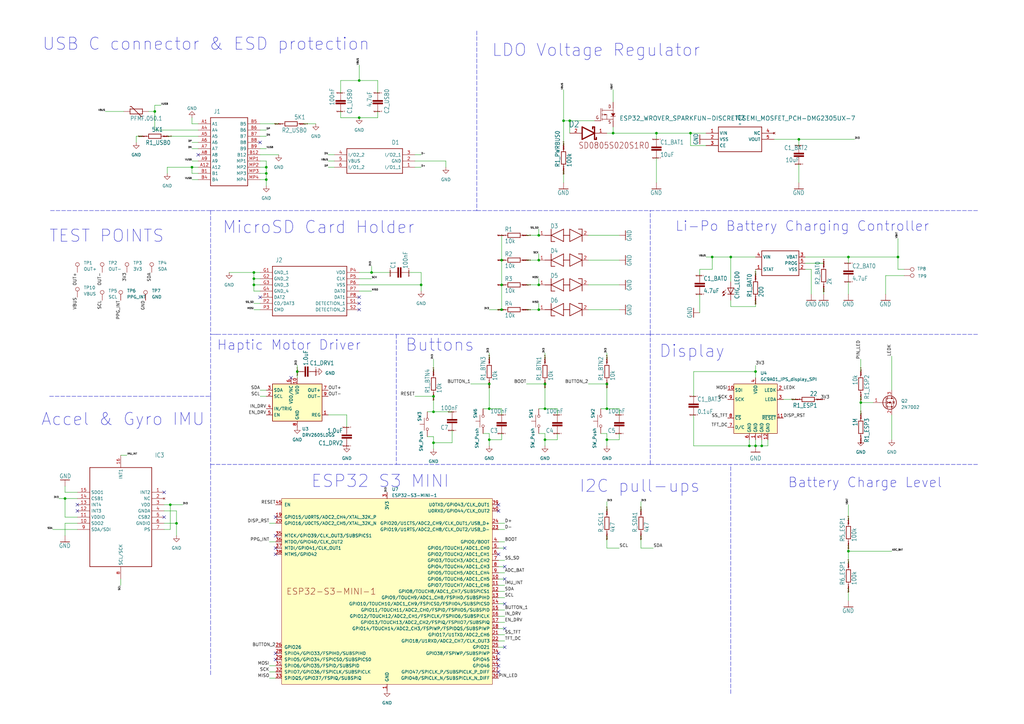
<source format=kicad_sch>
(kicad_sch (version 20231120) (generator "eeschema") (generator_version "8.0")
  (paper "A3")
  (title_block (title "Proiect TSC") (date "2024-03-13"))
  (junction (at 109.22 71.12))
  (junction (at 309.88 182.88))
  (junction (at 152.4 111.76))
  (junction (at 223.52 180.34))
  (junction (at 251.46 54.61))
  (junction (at 368.3 105.41))
  (junction (at 233.68 49.53))
  (junction (at 177.8 168.91))
  (junction (at 353.06 165.1))
  (junction (at 200.66 157.48))
  (junction (at 69.85 207.01))
  (junction (at 269.24 54.61))
  (junction (at 200.66 167.64))
  (junction (at 347.98 226.06))
  (junction (at 121.92 152.4))
  (junction (at 147.32 33.02))
  (junction (at 299.72 105.41))
  (junction (at 26.67 204.47))
  (junction (at 312.42 182.88))
  (junction (at 172.72 116.84))
  (junction (at 205.74 116.84))
  (junction (at 220.98 116.84))
  (junction (at 147.32 48.26))
  (junction (at 283.21 54.61))
  (junction (at 220.98 96.52))
  (junction (at 248.92 157.48))
  (junction (at 248.92 180.34))
  (junction (at 72.39 214.63))
  (junction (at 231.14 49.53))
  (junction (at 205.74 106.68))
  (junction (at 223.52 157.48))
  (junction (at 104.14 114.3))
  (junction (at 292.1 105.41))
  (junction (at 248.92 167.64))
  (junction (at 104.14 111.76))
  (junction (at 347.98 105.41))
  (junction (at 177.8 162.56))
  (junction (at 205.74 127))
  (junction (at 177.8 181.61))
  (junction (at 63.5 45.72))
  (junction (at 200.66 180.34))
  (junction (at 223.52 167.64))
  (junction (at 309.88 152.4))
  (junction (at 327.66 57.15))
  (junction (at 104.14 116.84))
  (junction (at 109.22 68.58))
  (junction (at 109.22 73.66))
  (junction (at 78.74 68.58))
  (junction (at 307.34 182.88))
  (junction (at 220.98 106.68))
  (junction (at 220.98 127))
  (no_connect (at 31.75 209.55))
  (no_connect (at 204.47 267.97))
  (no_connect (at 113.03 212.09))
  (no_connect (at 31.75 207.01))
  (no_connect (at 113.03 219.71))
  (no_connect (at 204.47 227.33))
  (no_connect (at 204.47 207.01))
  (no_connect (at 147.32 121.92))
  (no_connect (at 147.32 127))
  (no_connect (at 204.47 270.51))
  (no_connect (at 81.28 63.5))
  (no_connect (at 204.47 273.05))
  (no_connect (at 207.01 237.49))
  (no_connect (at 119.38 154.94))
  (no_connect (at 113.03 270.51))
  (no_connect (at 204.47 275.59))
  (no_connect (at 204.47 209.55))
  (no_connect (at 207.01 224.79))
  (no_connect (at 207.01 257.81))
  (no_connect (at 67.31 201.93))
  (no_connect (at 207.01 247.65))
  (no_connect (at 113.03 224.79))
  (no_connect (at 113.03 227.33))
  (no_connect (at 106.68 121.92))
  (no_connect (at 113.03 267.97))
  (no_connect (at 207.01 265.43))
  (no_connect (at 147.32 124.46))
  (no_connect (at 207.01 232.41))
  (no_connect (at 106.68 58.42))
  (no_connect (at 67.31 212.09))
  (wire (pts (xy 220.98 106.68) (xy 220.98 104.14)) (stroke (width 0.1524)))
  (wire (pts (xy 104.14 119.38) (xy 104.14 116.84)) (stroke (width 0.1524)))
  (wire (pts (xy 248.92 144.78) (xy 248.92 147.32)))
  (wire (pts (xy 309.88 152.4) (xy 309.88 154.94)))
  (wire (pts (xy 223.52 180.34) (xy 223.52 182.88)))
  (wire (pts (xy 207.01 214.63) (xy 204.47 214.63)))
  (wire (pts (xy 309.88 113.03) (xy 309.88 110.49)) (stroke (width 0.1524)))
  (wire (pts (xy 207.01 237.49) (xy 204.47 237.49)))
  (wire (pts (xy 106.68 73.66) (xy 109.22 73.66)) (stroke (width 0.1524)))
  (wire (pts (xy 228.6 167.64) (xy 228.6 170.18)))
  (wire (pts (xy 68.58 55.88) (xy 81.28 55.88)) (stroke (width 0.1524)))
  (wire (pts (xy 215.9 157.48) (xy 223.52 157.48)))
  (wire (pts (xy 68.58 68.58) (xy 68.58 71.12)) (stroke (width 0.1524)))
  (wire (pts (xy 347.98 105.41) (xy 368.3 105.41)) (stroke (width 0.1524)))
  (wire (pts (xy 147.32 33.02) (xy 154.94 33.02)) (stroke (width 0.1524)))
  (wire (pts (xy 175.26 179.07) (xy 177.8 179.07)))
  (wire (pts (xy 347.98 207.01) (xy 347.98 213.36)) (stroke (width 0.1524)))
  (wire (pts (xy 347.98 241.3) (xy 347.98 246.38)) (stroke (width 0.1524)))
  (wire (pts (xy 207.01 260.35) (xy 204.47 260.35)))
  (wire (pts (xy 200.66 180.34) (xy 205.74 180.34)))
  (wire (pts (xy 177.8 162.56) (xy 177.8 168.91)))
  (wire (pts (xy 248.92 219.71) (xy 248.92 224.79)))
  (wire (pts (xy 347.98 107.95) (xy 347.98 105.41)) (stroke (width 0.1524)))
  (wire (pts (xy 81.28 71.12) (xy 78.74 71.12)) (stroke (width 0.1524)))
  (wire (pts (xy 262.89 205.74) (xy 262.89 209.55)))
  (wire (pts (xy 177.8 181.61) (xy 177.8 184.15)))
  (wire (pts (xy 332.74 110.49) (xy 332.74 120.65)) (stroke (width 0.1524)))
  (wire (pts (xy 215.9 116.84) (xy 220.98 116.84)) (stroke (width 0.1524)))
  (wire (pts (xy 81.28 66.04) (xy 78.74 66.04)) (stroke (width 0.1524)))
  (wire (pts (xy 177.8 147.32) (xy 177.8 152.4)))
  (wire (pts (xy 177.8 168.91) (xy 185.42 168.91)))
  (wire (pts (xy 106.68 127) (xy 104.14 127)) (stroke (width 0.1524)))
  (polyline (pts (xy 266.7 86.36) (xy 401.32 86.36)) (stroke (width 0.1524) (type dash)))
  (wire (pts (xy 223.52 177.8) (xy 223.52 180.34)))
  (wire (pts (xy 321.31 163.83) (xy 326.39 163.83)))
  (polyline (pts (xy 86.36 162.56) (xy 86.36 190.5)) (stroke (width 0.1524) (type dash)))
  (wire (pts (xy 154.94 45.72) (xy 154.94 48.26)) (stroke (width 0.1524)))
  (wire (pts (xy 172.72 111.76) (xy 172.72 116.84)) (stroke (width 0.1524)))
  (wire (pts (xy 284.48 162.56) (xy 284.48 152.4)))
  (wire (pts (xy 121.92 152.4) (xy 121.92 154.94)))
  (wire (pts (xy 198.12 177.8) (xy 200.66 177.8)))
  (wire (pts (xy 106.68 66.04) (xy 109.22 66.04)) (stroke (width 0.1524)))
  (wire (pts (xy 309.88 149.86) (xy 309.88 152.4)))
  (polyline (pts (xy 86.36 86.36) (xy 20.32 86.36)) (stroke (width 0.1524) (type dash)))
  (wire (pts (xy 106.68 68.58) (xy 109.22 68.58)) (stroke (width 0.1524)))
  (polyline (pts (xy 195.58 12.7) (xy 195.58 86.36)) (stroke (width 0.1524) (type dash)))
  (wire (pts (xy 215.9 96.52) (xy 220.98 96.52)) (stroke (width 0.1524)))
  (polyline (pts (xy 86.36 137.16) (xy 88.9 137.16)) (stroke (width 0.1524) (type solid)))
  (wire (pts (xy 81.28 50.8) (xy 78.74 50.8)) (stroke (width 0.1524)))
  (wire (pts (xy 185.42 176.53) (xy 185.42 181.61)))
  (wire (pts (xy 104.14 111.76) (xy 93.98 111.76)) (stroke (width 0.1524)))
  (wire (pts (xy 81.28 73.66) (xy 78.74 73.66)) (stroke (width 0.1524)))
  (wire (pts (xy 284.48 170.18) (xy 284.48 182.88)))
  (wire (pts (xy 283.21 54.61) (xy 289.56 54.61)) (stroke (width 0.1524)))
  (polyline (pts (xy 266.7 137.16) (xy 266.7 86.36)) (stroke (width 0.1524) (type dash)))
  (wire (pts (xy 363.22 113.03) (xy 363.22 120.65)) (stroke (width 0.1524)))
  (wire (pts (xy 147.32 119.38) (xy 152.4 119.38)) (stroke (width 0.1524)))
  (wire (pts (xy 170.18 68.58) (xy 172.72 68.58)) (stroke (width 0.1524)))
  (wire (pts (xy 110.49 273.05) (xy 113.03 273.05)))
  (wire (pts (xy 182.88 66.04) (xy 182.88 68.58)) (stroke (width 0.1524)))
  (wire (pts (xy 370.84 110.49) (xy 368.3 110.49)) (stroke (width 0.1524)))
  (wire (pts (xy 67.31 214.63) (xy 72.39 214.63)) (stroke (width 0.1524)))
  (wire (pts (xy 109.22 66.04) (xy 109.22 68.58)) (stroke (width 0.1524)))
  (wire (pts (xy 368.3 110.49) (xy 368.3 105.41)) (stroke (width 0.1524)))
  (wire (pts (xy 241.3 106.68) (xy 254 106.68)) (stroke (width 0.1524)))
  (wire (pts (xy 347.98 223.52) (xy 347.98 226.06)) (stroke (width 0.1524)))
  (wire (pts (xy 106.68 50.8) (xy 114.3 50.8)) (stroke (width 0.1524)))
  (wire (pts (xy 220.98 177.8) (xy 223.52 177.8)))
  (wire (pts (xy 330.2 110.49) (xy 332.74 110.49)) (stroke (width 0.1524)))
  (wire (pts (xy 327.66 59.69) (xy 327.66 57.15)) (stroke (width 0.1524)))
  (wire (pts (xy 205.74 167.64) (xy 205.74 170.18)))
  (wire (pts (xy 106.68 71.12) (xy 109.22 71.12)) (stroke (width 0.1524)))
  (wire (pts (xy 309.88 105.41) (xy 299.72 105.41)) (stroke (width 0.1524)))
  (polyline (pts (xy 20.32 162.56) (xy 86.36 162.56)) (stroke (width 0.1524) (type dash)))
  (wire (pts (xy 31.75 217.17) (xy 21.59 217.17)) (stroke (width 0.1524)))
  (wire (pts (xy 309.88 125.73) (xy 309.88 123.19)) (stroke (width 0.1524)))
  (wire (pts (xy 248.92 54.61) (xy 251.46 54.61)) (stroke (width 0.1524)))
  (wire (pts (xy 207.01 265.43) (xy 204.47 265.43)))
  (wire (pts (xy 223.52 144.78) (xy 223.52 147.32)))
  (wire (pts (xy 207.01 242.57) (xy 204.47 242.57)))
  (wire (pts (xy 207.01 217.17) (xy 204.47 217.17)))
  (wire (pts (xy 207.01 247.65) (xy 204.47 247.65)))
  (wire (pts (xy 207.01 234.95) (xy 204.47 234.95)))
  (polyline (pts (xy 266.7 137.16) (xy 401.32 137.16)) (stroke (width 0.1524) (type dash)))
  (wire (pts (xy 307.34 180.34) (xy 307.34 182.88)))
  (wire (pts (xy 205.74 116.84) (xy 205.74 127)) (stroke (width 0.1524)))
  (wire (pts (xy 215.9 127) (xy 220.98 127)) (stroke (width 0.1524)))
  (wire (pts (xy 106.68 111.76) (xy 104.14 111.76)) (stroke (width 0.1524)))
  (wire (pts (xy 152.4 111.76) (xy 152.4 109.22)) (stroke (width 0.1524)))
  (wire (pts (xy 204.47 232.41) (xy 207.01 232.41)))
  (wire (pts (xy 207.01 245.11) (xy 204.47 245.11)))
  (wire (pts (xy 200.66 180.34) (xy 200.66 182.88)))
  (wire (pts (xy 289.56 59.69) (xy 283.21 59.69)) (stroke (width 0.1524)))
  (wire (pts (xy 137.16 63.5) (xy 134.62 63.5)) (stroke (width 0.1524)))
  (wire (pts (xy 81.28 60.96) (xy 78.74 60.96)) (stroke (width 0.1524)))
  (wire (pts (xy 142.24 175.26) (xy 142.24 170.18)))
  (wire (pts (xy 248.92 205.74) (xy 248.92 209.55)))
  (wire (pts (xy 200.66 144.78) (xy 200.66 147.32)))
  (wire (pts (xy 207.01 252.73) (xy 204.47 252.73)))
  (wire (pts (xy 248.92 177.8) (xy 248.92 180.34)))
  (wire (pts (xy 106.68 162.56) (xy 109.22 162.56)))
  (wire (pts (xy 207.01 255.27) (xy 204.47 255.27)))
  (wire (pts (xy 207.01 262.89) (xy 204.47 262.89)))
  (wire (pts (xy 220.98 167.64) (xy 223.52 167.64)))
  (wire (pts (xy 147.32 111.76) (xy 152.4 111.76)) (stroke (width 0.1524)))
  (polyline (pts (xy 86.36 162.56) (xy 86.36 137.16)) (stroke (width 0.1524) (type dash)))
  (polyline (pts (xy 88.9 137.16) (xy 266.7 137.16)) (stroke (width 0.1524) (type dash)))
  (wire (pts (xy 147.32 48.26) (xy 154.94 48.26)) (stroke (width 0.1524)))
  (wire (pts (xy 205.74 96.52) (xy 205.74 106.68)) (stroke (width 0.1524)))
  (wire (pts (xy 231.14 69.85) (xy 231.14 74.93)) (stroke (width 0.1524)))
  (wire (pts (xy 67.31 207.01) (xy 69.85 207.01)) (stroke (width 0.1524)))
  (wire (pts (xy 284.48 152.4) (xy 309.88 152.4)))
  (wire (pts (xy 200.66 177.8) (xy 200.66 180.34)))
  (wire (pts (xy 124.46 50.8) (xy 129.54 50.8)) (stroke (width 0.1524)))
  (wire (pts (xy 106.68 160.02) (xy 109.22 160.02)))
  (wire (pts (xy 269.24 54.61) (xy 251.46 54.61)) (stroke (width 0.1524)))
  (wire (pts (xy 26.67 214.63) (xy 26.67 219.71)) (stroke (width 0.1524)))
  (polyline (pts (xy 299.72 284.48) (xy 299.72 190.5)) (stroke (width 0.1524) (type dash)))
  (wire (pts (xy 106.68 119.38) (xy 104.14 119.38)) (stroke (width 0.1524)))
  (wire (pts (xy 269.24 54.61) (xy 283.21 54.61)) (stroke (width 0.1524)))
  (wire (pts (xy 248.92 224.79) (xy 254 224.79)))
  (wire (pts (xy 31.75 214.63) (xy 26.67 214.63)) (stroke (width 0.1524)))
  (wire (pts (xy 139.7 45.72) (xy 139.7 48.26)) (stroke (width 0.1524)))
  (wire (pts (xy 207.01 224.79) (xy 204.47 224.79)))
  (wire (pts (xy 177.8 179.07) (xy 177.8 181.61)))
  (polyline (pts (xy 195.58 86.36) (xy 266.7 86.36)) (stroke (width 0.1524) (type dash)))
  (wire (pts (xy 78.74 50.8) (xy 78.74 48.26)) (stroke (width 0.1524)))
  (wire (pts (xy 106.68 116.84) (xy 104.14 116.84)) (stroke (width 0.1524)))
  (wire (pts (xy 170.18 66.04) (xy 182.88 66.04)) (stroke (width 0.1524)))
  (wire (pts (xy 269.24 64.77) (xy 269.24 74.93)) (stroke (width 0.1524)))
  (wire (pts (xy 292.1 110.49) (xy 292.1 105.41)) (stroke (width 0.1524)))
  (wire (pts (xy 337.82 118.11) (xy 337.82 120.65)) (stroke (width 0.1524)))
  (polyline (pts (xy 266.7 190.5) (xy 401.32 190.5)) (stroke (width 0.1524) (type dash)))
  (wire (pts (xy 327.66 67.31) (xy 327.66 74.93)) (stroke (width 0.1524)))
  (wire (pts (xy 110.49 275.59) (xy 113.03 275.59)))
  (polyline (pts (xy 266.7 190.5) (xy 266.7 137.16)) (stroke (width 0.1524) (type dash)))
  (wire (pts (xy 241.3 96.52) (xy 254 96.52)) (stroke (width 0.1524)))
  (wire (pts (xy 220.98 127) (xy 220.98 124.46)) (stroke (width 0.1524)))
  (wire (pts (xy 31.75 204.47) (xy 26.67 204.47)) (stroke (width 0.1524)))
  (wire (pts (xy 243.84 49.53) (xy 233.68 49.53)) (stroke (width 0.1524)))
  (wire (pts (xy 106.68 63.5) (xy 114.3 63.5)) (stroke (width 0.1524)))
  (wire (pts (xy 67.31 217.17) (xy 69.85 217.17)) (stroke (width 0.1524)))
  (wire (pts (xy 139.7 33.02) (xy 147.32 33.02)) (stroke (width 0.1524)))
  (wire (pts (xy 69.85 207.01) (xy 74.93 207.01)) (stroke (width 0.1524)))
  (wire (pts (xy 67.31 209.55) (xy 72.39 209.55)) (stroke (width 0.1524)))
  (wire (pts (xy 299.72 105.41) (xy 292.1 105.41)) (stroke (width 0.1524)))
  (wire (pts (xy 330.2 107.95) (xy 337.82 107.95)) (stroke (width 0.1524)))
  (wire (pts (xy 299.72 115.57) (xy 299.72 105.41)) (stroke (width 0.1524)))
  (wire (pts (xy 78.74 68.58) (xy 68.58 68.58)) (stroke (width 0.1524)))
  (wire (pts (xy 292.1 105.41) (xy 289.56 105.41)) (stroke (width 0.1524)))
  (wire (pts (xy 223.52 180.34) (xy 228.6 180.34)))
  (wire (pts (xy 207.01 257.81) (xy 204.47 257.81)))
  (wire (pts (xy 104.14 114.3) (xy 104.14 111.76)) (stroke (width 0.1524)))
  (wire (pts (xy 31.75 212.09) (xy 26.67 212.09)) (stroke (width 0.1524)))
  (wire (pts (xy 347.98 226.06) (xy 347.98 231.14)) (stroke (width 0.1524)))
  (polyline (pts (xy 162.56 137.16) (xy 162.56 190.5)) (stroke (width 0.1524) (type dash)))
  (wire (pts (xy 231.14 49.53) (xy 231.14 59.69)) (stroke (width 0.1524)))
  (wire (pts (xy 147.32 26.67) (xy 147.32 33.02)) (stroke (width 0.1524)))
  (wire (pts (xy 233.68 49.53) (xy 233.68 54.61)) (stroke (width 0.1524)))
  (wire (pts (xy 26.67 201.93) (xy 26.67 199.39)) (stroke (width 0.1524)))
  (wire (pts (xy 368.3 97.79) (xy 368.3 105.41)) (stroke (width 0.1524)))
  (wire (pts (xy 172.72 116.84) (xy 172.72 119.38)) (stroke (width 0.1524)))
  (wire (pts (xy 254 167.64) (xy 254 170.18)))
  (wire (pts (xy 299.72 123.19) (xy 299.72 125.73)) (stroke (width 0.1524)))
  (wire (pts (xy 142.24 170.18) (xy 134.62 170.18)))
  (wire (pts (xy 110.49 222.25) (xy 113.03 222.25)))
  (wire (pts (xy 228.6 177.8) (xy 228.6 180.34)))
  (wire (pts (xy 154.94 38.1) (xy 154.94 33.02)) (stroke (width 0.1524)))
  (wire (pts (xy 109.22 71.12) (xy 109.22 73.66)) (stroke (width 0.1524)))
  (wire (pts (xy 215.9 106.68) (xy 220.98 106.68)) (stroke (width 0.1524)))
  (wire (pts (xy 241.3 116.84) (xy 254 116.84)) (stroke (width 0.1524)))
  (polyline (pts (xy 86.36 86.36) (xy 86.36 137.16)) (stroke (width 0.1524) (type dash)))
  (wire (pts (xy 207.01 240.03) (xy 204.47 240.03)))
  (wire (pts (xy 147.32 114.3) (xy 152.4 114.3)) (stroke (width 0.1524)))
  (wire (pts (xy 312.42 180.34) (xy 312.42 182.88)))
  (wire (pts (xy 49.53 237.49) (xy 49.53 240.03)) (stroke (width 0.1524)))
  (polyline (pts (xy 86.36 190.5) (xy 86.36 276.86)) (stroke (width 0.1524) (type dash)))
  (wire (pts (xy 262.89 224.79) (xy 267.97 224.79)))
  (wire (pts (xy 109.22 73.66) (xy 109.22 76.2)) (stroke (width 0.1524)))
  (wire (pts (xy 55.88 55.88) (xy 55.88 58.42)) (stroke (width 0.1524)))
  (wire (pts (xy 63.5 43.18) (xy 63.5 45.72)) (stroke (width 0.1524)))
  (wire (pts (xy 262.89 219.71) (xy 262.89 224.79)))
  (wire (pts (xy 137.16 68.58) (xy 134.62 68.58)) (stroke (width 0.1524)))
  (wire (pts (xy 81.28 68.58) (xy 78.74 68.58)) (stroke (width 0.1524)))
  (wire (pts (xy 152.4 111.76) (xy 160.02 111.76)) (stroke (width 0.1524)))
  (wire (pts (xy 241.3 157.48) (xy 248.92 157.48)))
  (wire (pts (xy 365.76 146.05) (xy 365.76 160.02)))
  (wire (pts (xy 207.01 250.19) (xy 204.47 250.19)))
  (wire (pts (xy 106.68 55.88) (xy 109.22 55.88)) (stroke (width 0.1524)))
  (wire (pts (xy 175.26 168.91) (xy 177.8 168.91)))
  (wire (pts (xy 370.84 113.03) (xy 363.22 113.03)) (stroke (width 0.1524)))
  (wire (pts (xy 309.88 180.34) (xy 309.88 182.88)))
  (wire (pts (xy 106.68 60.96) (xy 109.22 60.96)) (stroke (width 0.1524)))
  (wire (pts (xy 353.06 165.1) (xy 353.06 170.18)))
  (wire (pts (xy 72.39 209.55) (xy 72.39 214.63)) (stroke (width 0.1524)))
  (wire (pts (xy 78.74 71.12) (xy 78.74 68.58)) (stroke (width 0.1524)))
  (wire (pts (xy 106.68 124.46) (xy 104.14 124.46)) (stroke (width 0.1524)))
  (wire (pts (xy 81.28 58.42) (xy 78.74 58.42)) (stroke (width 0.1524)))
  (wire (pts (xy 327.66 57.15) (xy 350.52 57.15)) (stroke (width 0.1524)))
  (wire (pts (xy 63.5 53.34) (xy 81.28 53.34)) (stroke (width 0.1524)))
  (wire (pts (xy 205.74 106.68) (xy 205.74 116.84)) (stroke (width 0.1524)))
  (polyline (pts (xy 162.56 190.5) (xy 266.7 190.5)) (stroke (width 0.1524) (type dash)))
  (wire (pts (xy 58.42 55.88) (xy 55.88 55.88)) (stroke (width 0.1524)))
  (wire (pts (xy 205.74 177.8) (xy 205.74 180.34)))
  (wire (pts (xy 26.67 204.47) (xy 24.13 204.47)) (stroke (width 0.1524)))
  (wire (pts (xy 110.49 278.13) (xy 113.03 278.13)))
  (polyline (pts (xy 86.36 190.5) (xy 162.56 190.5)) (stroke (width 0.1524) (type dash)))
  (wire (pts (xy 139.7 48.26) (xy 147.32 48.26)) (stroke (width 0.1524)))
  (wire (pts (xy 287.02 120.65) (xy 287.02 128.27)) (stroke (width 0.1524)))
  (wire (pts (xy 233.68 49.53) (xy 231.14 49.53)) (stroke (width 0.1524)))
  (wire (pts (xy 314.96 180.34) (xy 314.96 182.88)))
  (wire (pts (xy 330.2 105.41) (xy 347.98 105.41)) (stroke (width 0.1524)))
  (wire (pts (xy 312.42 182.88) (xy 314.96 182.88)))
  (wire (pts (xy 72.39 214.63) (xy 72.39 219.71)) (stroke (width 0.1524)))
  (wire (pts (xy 220.98 96.52) (xy 220.98 93.98)) (stroke (width 0.1524)))
  (wire (pts (xy 26.67 212.09) (xy 26.67 204.47)) (stroke (width 0.1524)))
  (wire (pts (xy 283.21 54.61) (xy 283.21 59.69)) (stroke (width 0.1524)))
  (wire (pts (xy 185.42 181.61) (xy 177.8 181.61)))
  (wire (pts (xy 223.52 167.64) (xy 228.6 167.64)))
  (wire (pts (xy 231.14 49.53) (xy 231.14 36.83)) (stroke (width 0.1524)))
  (wire (pts (xy 353.06 165.1) (xy 358.14 165.1)))
  (wire (pts (xy 246.38 167.64) (xy 248.92 167.64)))
  (wire (pts (xy 207.01 229.87) (xy 204.47 229.87)))
  (wire (pts (xy 147.32 116.84) (xy 172.72 116.84)) (stroke (width 0.1524)))
  (wire (pts (xy 170.18 162.56) (xy 177.8 162.56)))
  (wire (pts (xy 248.92 180.34) (xy 248.92 182.88)))
  (wire (pts (xy 139.7 38.1) (xy 139.7 33.02)) (stroke (width 0.1524)))
  (wire (pts (xy 69.85 217.17) (xy 69.85 207.01)) (stroke (width 0.1524)))
  (wire (pts (xy 121.92 149.86) (xy 121.92 152.4)))
  (wire (pts (xy 317.5 57.15) (xy 327.66 57.15)) (stroke (width 0.1524)))
  (wire (pts (xy 353.06 162.56) (xy 353.06 165.1)))
  (wire (pts (xy 299.72 125.73) (xy 309.88 125.73)) (stroke (width 0.1524)))
  (wire (pts (xy 167.64 111.76) (xy 172.72 111.76)) (stroke (width 0.1524)))
  (wire (pts (xy 106.68 53.34) (xy 109.22 53.34)) (stroke (width 0.1524)))
  (wire (pts (xy 347.98 115.57) (xy 347.98 120.65)) (stroke (width 0.1524)))
  (wire (pts (xy 248.92 157.48) (xy 248.92 167.64)))
  (wire (pts (xy 309.88 182.88) (xy 312.42 182.88)))
  (wire (pts (xy 137.16 66.04) (xy 134.62 66.04)) (stroke (width 0.1524)))
  (wire (pts (xy 110.49 214.63) (xy 113.03 214.63)))
  (wire (pts (xy 248.92 167.64) (xy 254 167.64)))
  (wire (pts (xy 63.5 43.18) (xy 66.04 43.18)) (stroke (width 0.1524)))
  (wire (pts (xy 200.66 127) (xy 205.74 127)) (stroke (width 0.1524)))
  (wire (pts (xy 287.02 110.49) (xy 292.1 110.49)) (stroke (width 0.1524)))
  (wire (pts (xy 198.12 167.64) (xy 200.66 167.64)))
  (wire (pts (xy 284.48 182.88) (xy 307.34 182.88)))
  (wire (pts (xy 50.8 45.72) (xy 43.18 45.72)) (stroke (width 0.1524)))
  (wire (pts (xy 49.53 186.69) (xy 52.07 186.69)) (stroke (width 0.1524)))
  (wire (pts (xy 248.92 180.34) (xy 254 180.34)))
  (wire (pts (xy 104.14 116.84) (xy 104.14 114.3)) (stroke (width 0.1524)))
  (wire (pts (xy 307.34 182.88) (xy 309.88 182.88)))
  (wire (pts (xy 223.52 157.48) (xy 223.52 167.64)))
  (wire (pts (xy 31.75 201.93) (xy 26.67 201.93)) (stroke (width 0.1524)))
  (wire (pts (xy 246.38 177.8) (xy 248.92 177.8)))
  (wire (pts (xy 269.24 54.61) (xy 269.24 57.15)) (stroke (width 0.1524)))
  (polyline (pts (xy 195.58 86.36) (xy 86.36 86.36)) (stroke (width 0.1524) (type dash)))
  (wire (pts (xy 193.04 157.48) (xy 200.66 157.48)))
  (wire (pts (xy 200.66 157.48) (xy 200.66 167.64)))
  (wire (pts (xy 200.66 167.64) (xy 205.74 167.64)))
  (wire (pts (xy 251.46 52.07) (xy 251.46 54.61)) (stroke (width 0.1524)))
  (wire (pts (xy 287.02 113.03) (xy 287.02 110.49)) (stroke (width 0.1524)))
  (wire (pts (xy 63.5 45.72) (xy 63.5 53.34)) (stroke (width 0.1524)))
  (wire (pts (xy 365.76 170.18) (xy 365.76 180.34)))
  (wire (pts (xy 109.22 71.12) (xy 109.22 68.58)) (stroke (width 0.1524)))
  (wire (pts (xy 60.96 45.72) (xy 63.5 45.72)) (stroke (width 0.1524)))
  (wire (pts (xy 254 177.8) (xy 254 180.34)))
  (wire (pts (xy 170.18 63.5) (xy 172.72 63.5)) (stroke (width 0.1524)))
  (wire (pts (xy 353.06 147.32) (xy 353.06 152.4)))
  (polyline (pts (xy 266.7 137.16) (xy 266.7 137.16)) (stroke (width 0.1524) (type solid)))
  (wire (pts (xy 241.3 127) (xy 254 127)) (stroke (width 0.1524)))
  (wire (pts (xy 204.47 222.25) (xy 207.01 222.25)))
  (wire (pts (xy 106.68 114.3) (xy 104.14 114.3)) (stroke (width 0.1524)))
  (wire (pts (xy 251.46 41.91) (xy 251.46 36.83)) (stroke (width 0.1524)))
  (wire (pts (xy 347.98 226.06) (xy 365.76 226.06)) (stroke (width 0.1524)))
  (wire (pts (xy 220.98 116.84) (xy 220.98 114.3)) (stroke (width 0.1524)))
  (text "TEST POINTS" (at 20.066 99.822 0) (effects (font (size 5 5)) (justify left bottom)))
  (text "MicroSD Card Holder" (at 91.186 96.266 0) (effects (font (size 5 5)) (justify left bottom)))
  (text "I2C pull-ups\n" (at 237.49 202.438 0) (effects (font (size 5 5)) (justify left bottom)))
  (text "Buttons" (at 166.116 144.526 0) (effects (font (size 5 5)) (justify left bottom)))
  (text "USB C connector & ESD protection" (at 17.272 21.082 0) (effects (font (size 5 5)) (justify left bottom)))
  (text "Haptic Motor Driver" (at 88.9 144.018 0) (effects (font (size 4 4)) (justify left bottom)))
  (text "Li-Po Battery Charging Controller" (at 276.86 95.25 0) (effects (font (size 4 4)) (justify left bottom)))
  (text "Accel & Gyro IMU" (at 16.764 175.006 0) (effects (font (size 5 5)) (justify left bottom)))
  (text "ESP32 S3 MINI" (at 127.508 200.406 0) (effects (font (size 5 5)) (justify left bottom)))
  (text "Display" (at 270.256 147.066 0) (effects (font (size 5 5)) (justify left bottom)))
  (text "Battery Charge Level" (at 323.088 200.406 0) (effects (font (size 4 4)) (justify left bottom)))
  (text "LDO Voltage Regulator" (at 201.676 23.622 0) (effects (font (size 5 5)) (justify left bottom)))
  (label "MISO" (at 110.49 278.13 180))
  (label "VBUS" (at 31.75 121.92 270))
  (label "SDA" (at 21.59 217.17 180) (effects (font (size 0.7112 0.7112))))
  (label "VBAT" (at 347.98 207.01 90) (effects (font (size 0.7112 0.7112))))
  (label "3V3" (at 152.4 109.22 90) (effects (font (size 0.7112 0.7112))))
  (label "ADC_BAT" (at 207.01 234.95 0))
  (label "BUTTON_1" (at 207.01 250.19 0))
  (label "SCK" (at 220.98 104.14 180) (effects (font (size 0.7112 0.7112))))
  (label "RESET" (at 113.03 207.01 180))
  (label "VBUS" (at 134.62 66.04 180) (effects (font (size 0.7112 0.7112))))
  (label "3V3" (at 158.75 201.93 90) (effects (font (size 0.7112 0.7112))))
  (label "EN_DRV" (at 207.01 255.27 0))
  (label "OUT+" (at 31.75 111.76 270))
  (label "IN_DRV" (at 109.22 167.64 180))
  (label "3V3" (at 262.89 205.74 0) (effects (font (size 0.7112 0.7112))))
  (label "SS_TFT" (at 298.45 171.45 180))
  (label "LEDK" (at 321.31 160.02 0))
  (label "D-" (at 207.01 217.17 0))
  (label "DP" (at 109.22 53.34 0) (effects (font (size 0.7112 0.7112))))
  (label "OUT-" (at 41.91 111.76 270))
  (label "DN" (at 78.74 60.96 180) (effects (font (size 0.7112 0.7112))))
  (label "D+" (at 172.72 68.58 0) (effects (font (size 0.7112 0.7112))))
  (label "BUTTON_2" (at 241.3 157.48 180))
  (label "SCK" (at 110.49 275.59 180))
  (label "SCK" (at 298.45 163.83 180))
  (label "DISP_RST" (at 321.31 171.45 0))
  (label "3V3" (at 121.92 149.86 90) (effects (font (size 0.7112 0.7112))))
  (label "MISO" (at 152.4 119.38 0) (effects (font (size 0.7112 0.7112))))
  (label "TFT_DC" (at 298.45 175.26 180))
  (label "SS_TFT" (at 207.01 260.35 0))
  (label "PIN_LED" (at 353.06 147.32 90))
  (label "DN" (at 134.62 63.5 180) (effects (font (size 0.7112 0.7112))))
  (label "3V3" (at 52.07 111.76 270))
  (label "SCL" (at 106.68 162.56 180))
  (label "VBAT" (at 251.46 36.83 90) (effects (font (size 0.7112 0.7112))))
  (label "IMU_INT" (at 52.07 186.69 0) (effects (font (size 0.7112 0.7112))))
  (label "VBUS" (at 231.14 36.83 90) (effects (font (size 0.7112 0.7112))))
  (label "SDA" (at 106.68 160.02 180))
  (label "LEDK" (at 365.76 146.05 90))
  (label "VUSB" (at 78.74 73.66 180) (effects (font (size 0.7112 0.7112))))
  (label "SS_SD" (at 220.98 93.98 180) (effects (font (size 0.7112 0.7112))))
  (label "SCL" (at 49.53 240.03 270) (effects (font (size 0.7112 0.7112))))
  (label "3V3" (at 177.8 147.32 90) (effects (font (size 0.7 0.7))))
  (label "3V3" (at 248.92 144.78 90) (effects (font (size 0.7112 0.7112))))
  (label "VUSB" (at 78.74 66.04 180) (effects (font (size 0.7112 0.7112))))
  (label "GND" (at 59.69 123.19 270))
  (label "VBAT" (at 368.3 97.79 90) (effects (font (size 0.7112 0.7112))))
  (label "PPG_INT" (at 110.49 222.25 180))
  (label "MOSI" (at 110.49 273.05 180))
  (label "MOSI" (at 298.45 160.02 180))
  (label "OUT-" (at 134.62 162.56 0))
  (label "D-" (at 172.72 63.5 0) (effects (font (size 0.7112 0.7112))))
  (label "3V3" (at 74.93 207.01 0) (effects (font (size 0.7112 0.7112))))
  (label "IMU_INT" (at 207.01 240.03 0))
  (label "SS_SD" (at 104.14 124.46 180) (effects (font (size 0.7112 0.7112))))
  (label "SDA" (at 207.01 242.57 0))
  (label "D+" (at 207.01 214.63 0))
  (label "VBUS" (at 147.32 26.67 90) (effects (font (size 0.7112 0.7112))))
  (label "BUTTON_2" (at 113.03 265.43 180))
  (label "VBUS" (at 289.56 105.41 180) (effects (font (size 0.7112 0.7112))))
  (label "3V3" (at 248.92 205.74 0) (effects (font (size 0.7112 0.7112))))
  (label "SCL" (at 41.91 123.19 270))
  (label "DP" (at 78.74 58.42 180) (effects (font (size 0.7112 0.7112))))
  (label "MISO" (at 220.98 124.46 180) (effects (font (size 0.7112 0.7112))))
  (label "SCK" (at 152.4 114.3 0) (effects (font (size 0.7112 0.7112))))
  (label "3V3" (at 200.66 127 180) (effects (font (size 0.7112 0.7112))))
  (label "BOOT" (at 215.9 157.48 180))
  (label "PIN_LED" (at 204.47 278.13 0))
  (label "SCL" (at 207.01 245.11 0))
  (label "VBUS" (at 43.18 45.72 180) (effects (font (size 0.7112 0.7112))))
  (label "3V3" (at 223.52 144.78 90) (effects (font (size 0.7112 0.7112))))
  (label "3V3" (at 350.52 57.15 0) (effects (font (size 0.7112 0.7112))))
  (label "DP" (at 134.62 68.58 180) (effects (font (size 0.7112 0.7112))))
  (label "VUSB" (at 66.04 43.18 0) (effects (font (size 0.7112 0.7112))))
  (label "SCL" (at 254 224.79 0))
  (label "3V3" (at 336.55 163.83 0))
  (label "TFT_DC" (at 207.01 262.89 0))
  (label "SS_SD" (at 207.01 229.87 0))
  (label "EN_DRV" (at 109.22 170.18 180))
  (label "SDA" (at 62.23 111.76 270))
  (label "BOOT" (at 207.01 222.25 0))
  (label "MOSI" (at 104.14 127 180) (effects (font (size 0.7112 0.7112))))
  (label "SDA" (at 267.97 224.79 0))
  (label "BUTTON_1" (at 193.04 157.48 180))
  (label "DN" (at 109.22 55.88 0) (effects (font (size 0.7112 0.7112))))
  (label "3V3" (at 200.66 144.78 90) (effects (font (size 0.7112 0.7112))))
  (label "MOSI" (at 220.98 114.3 180) (effects (font (size 0.7112 0.7112))))
  (label "RESET" (at 170.18 162.56 180))
  (label "PPG_INT" (at 49.53 123.19 270))
  (label "3V3" (at 24.13 204.47 180) (effects (font (size 0.7112 0.7112))))
  (label "DISP_RST" (at 110.49 214.63 180))
  (label "ADC_BAT" (at 365.76 226.06 0) (effects (font (size 0.7112 0.7112))))
  (label "IN_DRV" (at 207.01 252.73 0))
  (label "OUT+" (at 134.62 160.02 0))
  (label "3V3" (at 309.88 149.86 0))
  (label "VUSB" (at 109.22 60.96 0) (effects (font (size 0.7112 0.7112))))
  (symbol (lib_id "mini_iot-eagle-import:GND") (at 256.54 116.84 90) (unit 1)
    (property "Reference" "#GND018" (effects (hide yes)))
    (property "Value" "GND" (at 259.08 119.38 0) (effects (font (size 1.778 1.5113)) (justify left bottom)))
  )
  (symbol (lib_id "mini_iot-eagle-import:ESP32_WROVER_EAGLE-LTSPICE_CC0402") (at 284.48 165.1 0) (unit 1)
    (property "Reference" "C1_BAT3" (at 286.004 164.719 0) (effects (font (size 1.778 1.5113)) (justify left bottom)))
    (property "Value" "0.1uF" (at 286.004 169.799 0) (effects (font (size 1.778 1.5113)) (justify left bottom)))
    (property "Footprint" "mini_iot:ESP32_WROVER_EAGLE-LTSPICE_C0402" (effects (hide yes)))
  )
  (symbol (lib_id "mini_iot-eagle-import:ESP32_WROVER_EAGLE-LTSPICE_RR0402") (at 248.92 214.63 90) (unit 1)
    (property "Reference" "R_SCL1" (at 247.4214 218.44 0) (effects (font (size 1.778 1.5113)) (justify left bottom)))
    (property "Value" "4k7" (at 252.222 218.44 0) (effects (font (size 1.778 1.5113)) (justify left bottom)))
    (property "Footprint" "mini_iot:ESP32_WROVER_EAGLE-LTSPICE_R0402" (effects (hide yes)))
  )
  (symbol (lib_id "mini_iot-eagle-import:ESP32_WROVER_EAGLE-LTSPICE_CC0402") (at 228.6 175.26 180) (unit 1)
    (property "Reference" "C4" (at 227.076 175.641 0) (effects (font (size 1.778 1.5113)) (justify left bottom)))
    (property "Value" "100nF" (at 231.14 167.64 0) (effects (font (size 1.778 1.5113)) (justify left bottom)))
    (property "Footprint" "mini_iot:ESP32_WROVER_EAGLE-LTSPICE_C0402" (effects (hide yes)))
  )
  (symbol (lib_id "mini_iot-eagle-import:ESP32_WROVER_EAGLE-LTSPICE_CC0402") (at 162.56 111.76 90) (unit 1)
    (property "Reference" "C1" (at 162.179 110.236 0) (effects (font (size 1.778 1.5113)) (justify left bottom)))
    (property "Value" "100nF" (at 167.259 110.236 0) (effects (font (size 1.778 1.5113)) (justify left bottom)))
    (property "Footprint" "mini_iot:ESP32_WROVER_EAGLE-LTSPICE_C0402" (effects (hide yes)))
  )
  (symbol (lib_id "mini_iot-eagle-import:ESP32_WROVER_EAGLE-LTSPICE_CC0402") (at 327.66 62.23 0) (unit 1)
    (property "Reference" "C1_BAT2" (at 321.564 61.595 0) (effects (font (size 1.778 1.5113)) (justify left bottom)))
    (property "Value" "10uF" (at 327.914 64.643 0) (effects (font (size 1.778 1.5113)) (justify right top)))
    (property "Footprint" "mini_iot:ESP32_WROVER_EAGLE-LTSPICE_C0402" (effects (hide yes)))
  )
  (symbol (lib_id "power:GND") (at 177.8 184.15 0) (unit 1)
    (property "Reference" "#PWR015" (effects (hide yes)))
    (property "Value" "GND" (at 177.8 189.23 0))
  )
  (symbol (lib_id "mini_iot-eagle-import:ESP32_WROVER_SPARKFUN-DISCRETESEMI_MOSFET_PCH-DMG2305UX-7") (at 248.92 46.99 0) (unit 1)
    (property "Reference" "Q1" (effects (hide yes)))
    (property "Value" "ESP32_WROVER_SPARKFUN-DISCRETESEMI_MOSFET_PCH-DMG2305UX-7" (at 254 49.53 0) (effects (font (size 1.778 1.778)) (justify left bottom)))
    (property "Footprint" "mini_iot:ESP32_WROVER_SPARKFUN-DISCRETESEMI_SOT23-3" (effects (hide yes)))
  )
  (symbol (lib_id "mini_iot-eagle-import:GND") (at 327.66 77.47 0) (unit 1)
    (property "Reference" "#GND011" (effects (hide yes)))
    (property "Value" "GND" (at 325.12 80.01 0) (effects (font (size 1.778 1.5113)) (justify left bottom)))
  )
  (symbol (lib_id "mini_iot-eagle-import:SAMACSYS_PARTS_USB4110-GF-A") (at 81.28 50.8 0) (unit 1)
    (property "Reference" "J1" (at 87.63 45.72 0) (effects (font (size 1.778 1.5113)) (justify left)))
    (property "Value" "SAMACSYS_PARTS_USB4110-GF-A" (effects (hide yes)))
    (property "Footprint" "mini_iot:SAMACSYS_PARTS_USB4110GFA" (effects (hide yes)))
  )
  (symbol (lib_id "Connector:TestPoint") (at 59.69 123.19 0) (unit 1)
    (property "Reference" "TP7" (at 62.23 119.253 0) (effects (justify left)))
    (property "Value" "GND" (at 62.23 121.793 0) (effects (justify left)))
    (property "Footprint" "TestPoint:TestPoint_Pad_D2.0mm" (effects (hide yes)))
  )
  (symbol (lib_id "power:GND") (at 78.74 48.26 180) (unit 1)
    (property "Reference" "#PWR07" (effects (hide yes)))
    (property "Value" "GND" (at 78.74 44.45 0))
  )
  (symbol (lib_id "mini_iot-eagle-import:GND") (at 256.54 106.68 90) (unit 1)
    (property "Reference" "#GND017" (effects (hide yes)))
    (property "Value" "GND" (at 259.08 109.22 0) (effects (font (size 1.778 1.5113)) (justify left bottom)))
  )
  (symbol (lib_id "mini_iot-eagle-import:ESP32_WROVER_EAGLE-LTSPICE_RR0402") (at 210.82 96.52 0) (unit 1)
    (property "Reference" "R1" (at 207.01 95.0214 0) (effects (font (size 1.778 1.5113)) (justify left bottom)))
    (property "Value" "10k" (at 207.01 99.822 0) (effects (font (size 1.778 1.5113)) (justify left bottom)))
    (property "Footprint" "mini_iot:ESP32_WROVER_EAGLE-LTSPICE_R0402" (effects (hide yes)))
  )
  (symbol (lib_id "Switch:SW_Push") (at 198.12 172.72 90) (unit 1)
    (property "Reference" "SW6" (at 194.945 169.545 0))
    (property "Value" "SW_Push" (at 195.58 179.705 0))
    (property "Footprint" "HW_licenta:EVQ-P7K01P" (effects (hide yes)))
  )
  (symbol (lib_id "mini_iot-eagle-import:ESP32_WROVER_EAGLE-LTSPICE_CC0402") (at 269.24 59.69 0) (unit 1)
    (property "Reference" "C1_BAT1" (at 270.764 59.309 0) (effects (font (size 1.778 1.5113)) (justify left bottom)))
    (property "Value" "10uF" (at 270.764 64.389 0) (effects (font (size 1.778 1.5113)) (justify left bottom)))
    (property "Footprint" "mini_iot:ESP32_WROVER_EAGLE-LTSPICE_C0402" (effects (hide yes)))
  )
  (symbol (lib_id "mini_iot-eagle-import:GND") (at 26.67 196.85 180) (unit 1)
    (property "Reference" "#GND031" (effects (hide yes)))
    (property "Value" "GND" (at 29.21 194.31 0) (effects (font (size 1.778 1.5113)) (justify left bottom)))
  )
  (symbol (lib_id "Connector:TestPoint") (at 41.91 111.76 0) (unit 1)
    (property "Reference" "TP2" (at 44.45 107.823 0) (effects (justify left)))
    (property "Value" "OUT-" (at 44.45 110.363 0) (effects (justify left)))
    (property "Footprint" "TestPoint:TestPoint_Pad_D2.0mm" (effects (hide yes)))
  )
  (symbol (lib_id "mini_iot-eagle-import:ESP32_WROVER_EAGLE-LTSPICE_CC0402") (at 205.74 175.26 180) (unit 1)
    (property "Reference" "C3" (at 204.216 175.641 0) (effects (font (size 1.778 1.5113)) (justify left bottom)))
    (property "Value" "100nF" (at 208.28 167.64 0) (effects (font (size 1.778 1.5113)) (justify left bottom)))
    (property "Footprint" "mini_iot:ESP32_WROVER_EAGLE-LTSPICE_C0402" (effects (hide yes)))
  )
  (symbol (lib_id "power:GND") (at 182.88 68.58 0) (unit 1)
    (property "Reference" "#PWR010" (effects (hide yes)))
    (property "Value" "GND" (at 182.88 73.66 0))
  )
  (symbol (lib_id "mini_iot-eagle-import:ESP32_WROVER_EAGLE-LTSPICE_RR0402") (at 177.8 157.48 90) (unit 1)
    (property "Reference" "R1_BTN4" (at 176.3014 161.29 0) (effects (font (size 1.778 1.5113)) (justify left bottom)))
    (property "Value" "10k" (at 181.102 161.29 0) (effects (font (size 1.778 1.5113)) (justify left bottom)))
    (property "Footprint" "mini_iot:ESP32_WROVER_EAGLE-LTSPICE_R0402" (effects (hide yes)))
  )
  (symbol (lib_id "mini_iot-eagle-import:SAMACSYS_PARTS_PESD3V3S1BLYL") (at 220.98 106.68 0) (unit 1)
    (property "Reference" "D4" (at 227.33 102.87 0) (effects (font (size 1.778 1.5113))))
    (property "Value" "SAMACSYS_PARTS_PESD3V3S1BLYL" (effects (hide yes)))
    (property "Footprint" "mini_iot:SAMACSYS_PARTS_PESD5V0S1BL315" (effects (hide yes)))
  )
  (symbol (lib_id "mini_iot-eagle-import:GND") (at 256.54 96.52 90) (unit 1)
    (property "Reference" "#GND016" (effects (hide yes)))
    (property "Value" "GND" (at 259.08 99.06 0) (effects (font (size 1.778 1.5113)) (justify left bottom)))
  )
  (symbol (lib_id "mini_iot-eagle-import:GND") (at 337.82 123.19 0) (unit 1)
    (property "Reference" "#GND036" (effects (hide yes)))
    (property "Value" "GND" (at 335.28 125.73 0) (effects (font (size 1.778 1.5113)) (justify left bottom)))
  )
  (symbol (lib_id "mini_iot-eagle-import:ESP32_WROVER_AVX---SD0805S020S1R0_AVX_SD0805S020S1R0AVX_SD0805S020S1R0_0_0") (at 236.22 49.53 0) (unit 1)
    (property "Reference" "D2" (at 237.744 52.324 0) (effects (font (size 2.54 2.159)) (justify right bottom)))
    (property "Value" "ESP32_WROVER_AVX---SD0805S020S1R0_AVX_SD0805S020S1R0AVX_SD0805S020S1R0_0_0" (effects (hide yes)))
    (property "Footprint" "mini_iot:ESP32_WROVER_AVX---SD0805S020S1R0_AVX_SD0805S020S1R0_0" (effects (hide yes)))
  )
  (symbol (lib_id "mini_iot-eagle-import:ESP32_WROVER_EAGLE-LTSPICE_RR0402") (at 63.5 55.88 0) (unit 1)
    (property "Reference" "R1_USB0" (at 59.69 59.4614 0) (effects (font (size 1.778 1.5113)) (justify left bottom)))
    (property "Value" "5K1" (at 62.23 54.102 0) (effects (font (size 1.778 1.5113)) (justify left bottom)))
    (property "Footprint" "mini_iot:ESP32_WROVER_EAGLE-LTSPICE_R0402" (effects (hide yes)))
  )
  (symbol (lib_id "Connector:TestPoint") (at 62.23 111.76 0) (unit 1)
    (property "Reference" "TP4" (at 64.77 107.823 0) (effects (justify left)))
    (property "Value" "SDA" (at 64.77 110.363 0) (effects (justify left)))
    (property "Footprint" "TestPoint:TestPoint_Pad_D2.0mm" (effects (hide yes)))
  )
  (symbol (lib_id "mini_iot-eagle-import:GND") (at 256.54 127 90) (unit 1)
    (property "Reference" "#GND019" (effects (hide yes)))
    (property "Value" "GND" (at 259.08 129.54 0) (effects (font (size 1.778 1.5113)) (justify left bottom)))
  )
  (symbol (lib_id "power:GND") (at 142.24 182.88 0) (unit 1)
    (property "Reference" "#PWR014" (effects (hide yes)))
    (property "Value" "GND" (at 142.24 187.96 0))
  )
  (symbol (lib_id "power:GND") (at 365.76 180.34 0) (unit 1)
    (property "Reference" "#PWR017" (effects (hide yes)))
    (property "Value" "GND" (at 365.76 185.42 0))
  )
  (symbol (lib_id "PCM_Espressif:ESP32-S3-MINI-1") (at 158.75 242.57 0) (unit 1)
    (property "Reference" "U7" (at 160.7059 200.66 0) (effects (justify left)))
    (property "Value" "ESP32-S3-MINI-1" (at 160.7059 203.2 0) (effects (justify left)))
    (property "Footprint" "PCM_Espressif:ESP32-S3-MINI-1" (effects (hide yes)))
    (property "Datasheet" "https://www.espressif.com/sites/default/files/documentation/esp32-s3-mini-1_mini-1u_datasheet_en.pdf" (effects (hide yes)))
  )
  (symbol (lib_id "mini_iot-eagle-import:ESP32_WROVER_EAGLE-LTSPICE_CC0402") (at 185.42 173.99 180) (unit 1)
    (property "Reference" "C7" (at 183.896 174.371 0) (effects (font (size 1.778 1.5113)) (justify left bottom)))
    (property "Value" "100nF" (at 187.96 166.37 0) (effects (font (size 1.778 1.5113)) (justify left bottom)))
    (property "Footprint" "mini_iot:ESP32_WROVER_EAGLE-LTSPICE_C0402" (effects (hide yes)))
  )
  (symbol (lib_id "mini_iot-eagle-import:GND") (at 287.02 57.15 270) (unit 1)
    (property "Reference" "#GND01" (effects (hide yes)))
    (property "Value" "GND" (at 284.48 54.61 0) (effects (font (size 1.778 1.5113)) (justify left bottom)))
  )
  (symbol (lib_id "mini_iot-eagle-import:SAMACSYS_PARTS_PESD3V3S1BLYL") (at 220.98 116.84 0) (unit 1)
    (property "Reference" "D5" (at 227.33 113.03 0) (effects (font (size 1.778 1.5113))))
    (property "Value" "SAMACSYS_PARTS_PESD3V3S1BLYL" (effects (hide yes)))
    (property "Footprint" "mini_iot:SAMACSYS_PARTS_PESD5V0S1BL315" (effects (hide yes)))
  )
  (symbol (lib_id "Connector:TestPoint") (at 31.75 121.92 0) (unit 1)
    (property "Reference" "TP10" (at 34.29 117.983 0) (effects (justify left)))
    (property "Value" "VBUS" (at 34.29 120.523 0) (effects (justify left)))
    (property "Footprint" "TestPoint:TestPoint_Pad_1.0x1.0mm" (effects (hide yes)))
  )
  (symbol (lib_id "Switch:SW_Push") (at 220.98 172.72 90) (unit 1)
    (property "Reference" "SW1" (at 217.805 169.545 0))
    (property "Value" "SW_Push" (at 218.44 179.705 0))
    (property "Footprint" "HW_licenta:EVQ-P7K01P" (effects (hide yes)))
  )
  (symbol (lib_id "mini_iot-eagle-import:ESP32_WROVER_EAGLE-LTSPICE_RR0402") (at 347.98 236.22 90) (unit 1)
    (property "Reference" "R6_ESP1" (at 346.4814 240.03 0) (effects (font (size 1.778 1.5113)) (justify left bottom)))
    (property "Value" "100k" (at 351.282 240.03 0) (effects (font (size 1.778 1.5113)) (justify left bottom)))
    (property "Footprint" "mini_iot:ESP32_WROVER_EAGLE-LTSPICE_R0402" (effects (hide yes)))
  )
  (symbol (lib_id "mini_iot-eagle-import:SAMACSYS_PARTS_PESD3V3S1BLYL") (at 220.98 127 0) (unit 1)
    (property "Reference" "D6" (at 227.33 123.19 0) (effects (font (size 1.778 1.5113))))
    (property "Value" "SAMACSYS_PARTS_PESD3V3S1BLYL" (effects (hide yes)))
    (property "Footprint" "mini_iot:SAMACSYS_PARTS_PESD5V0S1BL315" (effects (hide yes)))
  )
  (symbol (lib_id "mini_iot-eagle-import:SAMACSYS_PARTS_112A-TAAR-R03_ATTEND") (at 106.68 111.76 0) (unit 1)
    (property "Reference" "J2" (at 113.03 106.68 0) (effects (font (size 1.778 1.5113)) (justify left)))
    (property "Value" "SAMACSYS_PARTS_112A-TAAR-R03_ATTEND" (effects (hide yes)))
    (property "Footprint" "mini_iot:SAMACSYS_PARTS_112ATAARR03ATTEND" (effects (hide yes)))
  )
  (symbol (lib_id "power:GND") (at 158.75 283.21 0) (unit 1)
    (property "Reference" "#PWR05" (effects (hide yes)))
    (property "Value" "GND" (at 158.75 288.29 0))
  )
  (symbol (lib_id "power:GND") (at 93.98 111.76 0) (unit 1)
    (property "Reference" "#PWR06" (effects (hide yes)))
    (property "Value" "GND" (at 93.98 116.84 0))
  )
  (symbol (lib_id "mini_iot-eagle-import:SAMACSYS_PARTS_USBLC6-2SC6Y") (at 170.18 68.58 180) (unit 1)
    (property "Reference" "D1" (at 163.83 58.42 0) (effects (font (size 1.778 1.5113)) (justify left)))
    (property "Value" "SAMACSYS_PARTS_USBLC6-2SC6Y" (effects (hide yes)))
    (property "Footprint" "mini_iot:SAMACSYS_PARTS_SOT95P280X145-6N" (effects (hide yes)))
  )
  (symbol (lib_id "mini_iot-eagle-import:GND") (at 309.88 185.42 0) (unit 1)
    (property "Reference" "#GND025" (effects (hide yes)))
    (property "Value" "GND" (at 309.88 187.96 0) (effects (font (size 1.778 1.5113))))
  )
  (symbol (lib_id "mini_iot-eagle-import:ESP32_WROVER_EAGLE-LTSPICE_CC0402") (at 127 152.4 270) (unit 1)
    (property "Reference" "C1_DRV1" (at 127 149.86 90) (effects (font (size 1.778 1.5113)) (justify left bottom)))
    (property "Value" "1.0uF" (at 124.46 143.51 0) (effects (font (size 1.778 1.5113)) (justify left bottom)))
    (property "Footprint" "mini_iot:ESP32_WROVER_EAGLE-LTSPICE_C0402" (effects (hide yes)))
  )
  (symbol (lib_id "mini_iot-eagle-import:ESP32_WROVER_SPARKFUN-IC-POWER_MCP73831") (at 320.04 107.95 0) (unit 1)
    (property "Reference" "U2" (effects (hide yes)))
    (property "Value" "ESP32_WROVER_SPARKFUN-IC-POWER_MCP73831" (effects (hide yes)))
    (property "Footprint" "mini_iot:ESP32_WROVER_SPARKFUN-IC-POWER_SOT23-5" (effects (hide yes)))
  )
  (symbol (lib_id "mini_iot-eagle-import:ESP32_WROVER_EAGLE-LTSPICE_RR0402") (at 353.06 157.48 270) (unit 1)
    (property "Reference" "R1_ESP2" (at 354.5586 153.67 0) (effects (font (size 1.778 1.5113)) (justify left bottom)))
    (property "Value" "10k" (at 349.758 153.67 0) (effects (font (size 1.778 1.5113)) (justify left bottom)))
    (property "Footprint" "mini_iot:ESP32_WROVER_EAGLE-LTSPICE_R0402" (effects (hide yes)))
  )
  (symbol (lib_id "Transistor_FET:2N7002") (at 363.22 165.1 0) (unit 1)
    (property "Reference" "Q2" (at 369.57 164.465 0) (effects (justify left)))
    (property "Value" "2N7002" (at 369.57 167.005 0) (effects (justify left)))
    (property "Footprint" "Package_TO_SOT_SMD:SOT-23" (effects (hide yes)))
    (property "Datasheet" "https://www.onsemi.com/pub/Collateral/NDS7002A-D.PDF" (effects (hide yes)))
  )
  (symbol (lib_id "mini_iot-eagle-import:ESP32_WROVER_EAGLE-LTSPICE_RR0402") (at 353.06 175.26 270) (unit 1)
    (property "Reference" "R1_ESP3" (at 354.5586 171.45 0) (effects (font (size 1.778 1.5113)) (justify left bottom)))
    (property "Value" "1M" (at 349.758 171.45 0) (effects (font (size 1.778 1.5113)) (justify left bottom)))
    (property "Footprint" "mini_iot:ESP32_WROVER_EAGLE-LTSPICE_R0402" (effects (hide yes)))
  )
  (symbol (lib_id "mini_iot-eagle-import:GND") (at 26.67 222.25 0) (unit 1)
    (property "Reference" "#GND032" (effects (hide yes)))
    (property "Value" "GND" (at 24.13 224.79 0) (effects (font (size 1.778 1.5113)) (justify left bottom)))
  )
  (symbol (lib_id "mini_iot-eagle-import:ESP32_WROVER_EAGLE-LTSPICE_RR0402") (at 200.66 152.4 90) (unit 1)
    (property "Reference" "R1_BTN3" (at 199.1614 156.21 0) (effects (font (size 1.778 1.5113)) (justify left bottom)))
    (property "Value" "10k" (at 203.962 156.21 0) (effects (font (size 1.778 1.5113)) (justify left bottom)))
    (property "Footprint" "mini_iot:ESP32_WROVER_EAGLE-LTSPICE_R0402" (effects (hide yes)))
  )
  (symbol (lib_id "power:GND") (at 147.32 48.26 0) (unit 1)
    (property "Reference" "#PWR09" (effects (hide yes)))
    (property "Value" "GND" (at 147.32 53.34 0))
  )
  (symbol (lib_id "Driver_Haptic:DRV2605LDGS") (at 121.92 165.1 0) (unit 1)
    (property "Reference" "U3" (at 123.8759 175.895 0) (effects (justify left)))
    (property "Value" "DRV2605LDGS" (at 123.8759 178.435 0) (effects (justify left)))
    (property "Footprint" "Package_SO:VSSOP-10_3x3mm_P0.5mm" (effects (hide yes)))
    (property "Datasheet" "http://www.ti.com/lit/ds/symlink/drv2605l.pdf" (effects (hide yes)))
  )
  (symbol (lib_id "mini_iot-eagle-import:GND") (at 347.98 248.92 0) (unit 1)
    (property "Reference" "#GND020" (effects (hide yes)))
    (property "Value" "GND" (at 345.44 251.46 0) (effects (font (size 1.778 1.5113)) (justify left bottom)))
  )
  (symbol (lib_id "mini_iot-eagle-import:ESP32_WROVER_EAGLE-LTSPICE_CC0402") (at 154.94 40.64 0) (unit 1)
    (property "Reference" "C2_USB0" (at 159.639 46.736 90) (effects (font (size 1.778 1.5113)) (justify left bottom)))
    (property "Value" "4.7uF" (at 152.527 43.942 90) (effects (font (size 1.778 1.5113)) (justify left bottom)))
    (property "Footprint" "mini_iot:ESP32_WROVER_EAGLE-LTSPICE_C0402" (effects (hide yes)))
  )
  (symbol (lib_id "power:GND") (at 353.06 180.34 0) (unit 1)
    (property "Reference" "#PWR016" (effects (hide yes)))
    (property "Value" "GND" (at 353.06 185.42 0))
  )
  (symbol (lib_id "mini_iot-eagle-import:ESP32_WROVER_ADAFRUIT_LEDCHIP-LED0603") (at 299.72 118.11 0) (unit 1)
    (property "Reference" "CHG_LED0" (at 303.276 122.682 90) (effects (font (size 1.778 1.5113)) (justify left bottom)))
    (property "Value" "ESP32_WROVER_ADAFRUIT_LEDCHIP-LED0603" (effects (hide yes)))
    (property "Footprint" "mini_iot:ESP32_WROVER_ADAFRUIT_CHIP-LED0603" (effects (hide yes)))
  )
  (symbol (lib_id "mini_iot-eagle-import:ESP32_WROVER_EAGLE-LTSPICE_RR0402") (at 309.88 118.11 90) (unit 1)
    (property "Reference" "R1_BAT0" (at 308.3814 121.92 0) (effects (font (size 1.778 1.5113)) (justify left bottom)))
    (property "Value" "200" (at 313.182 121.92 0) (effects (font (size 1.778 1.5113)) (justify left bottom)))
    (property "Footprint" "mini_iot:ESP32_WROVER_EAGLE-LTSPICE_R0402" (effects (hide yes)))
  )
  (symbol (lib_id "mini_iot-eagle-import:ESP32_WROVER_EAGLE-LTSPICE_RR0402") (at 210.82 127 0) (unit 1)
    (property "Reference" "R4" (at 207.01 125.5014 0) (effects (font (size 1.778 1.5113)) (justify left bottom)))
    (property "Value" "10k" (at 207.01 130.302 0) (effects (font (size 1.778 1.5113)) (justify left bottom)))
    (property "Footprint" "mini_iot:ESP32_WROVER_EAGLE-LTSPICE_R0402" (effects (hide yes)))
  )
  (symbol (lib_id "power:GND") (at 129.54 152.4 90) (unit 1)
    (property "Reference" "#PWR013" (effects (hide yes)))
    (property "Value" "GND" (at 133.35 153.035 90) (effects (justify right)))
  )
  (symbol (lib_id "mini_iot-eagle-import:GND") (at 332.74 123.19 0) (unit 1)
    (property "Reference" "#GND035" (effects (hide yes)))
    (property "Value" "GND" (at 330.2 125.73 0) (effects (font (size 1.778 1.5113)) (justify left bottom)))
  )
  (symbol (lib_id "power:GND") (at 172.72 119.38 0) (unit 1)
    (property "Reference" "#PWR012" (effects (hide yes)))
    (property "Value" "GND" (at 172.72 124.46 0))
  )
  (symbol (lib_id "mini_iot-eagle-import:ESP32_WROVER_EAGLE-LTSPICE_CC0402") (at 287.02 115.57 0) (unit 1)
    (property "Reference" "C1_BAT0" (at 288.544 115.189 0) (effects (font (size 1.778 1.5113)) (justify left bottom)))
    (property "Value" "4.7uF" (at 288.544 120.269 0) (effects (font (size 1.778 1.5113)) (justify left bottom)))
    (property "Footprint" "mini_iot:ESP32_WROVER_EAGLE-LTSPICE_C0402" (effects (hide yes)))
  )
  (symbol (lib_id "Connector:TestPoint") (at 41.91 123.19 0) (unit 1)
    (property "Reference" "TP5" (at 44.45 119.253 0) (effects (justify left)))
    (property "Value" "SCL" (at 44.45 121.793 0) (effects (justify left)))
    (property "Footprint" "TestPoint:TestPoint_Pad_D2.0mm" (effects (hide yes)))
  )
  (symbol (lib_id "power:GND") (at 109.22 76.2 0) (unit 1)
    (property "Reference" "#PWR03" (effects (hide yes)))
    (property "Value" "GND" (at 109.22 81.28 0))
  )
  (symbol (lib_id "Connector:TestPoint") (at 370.84 110.49 270) (unit 1)
    (property "Reference" "TP8" (at 376.174 110.236 90) (effects (justify left)))
    (property "Value" "TestPoint" (effects (hide yes)))
    (property "Footprint" "TestPoint:TestPoint_Pad_D2.0mm" (effects (hide yes)))
  )
  (symbol (lib_id "mini_iot-eagle-import:ESP32_WROVER_EAGLE-LTSPICE_RR0402") (at 347.98 218.44 90) (unit 1)
    (property "Reference" "R5_ESP1" (at 346.4814 222.25 0) (effects (font (size 1.778 1.5113)) (justify left bottom)))
    (property "Value" "100k" (at 351.282 222.25 0) (effects (font (size 1.778 1.5113)) (justify left bottom)))
    (property "Footprint" "mini_iot:ESP32_WROVER_EAGLE-LTSPICE_R0402" (effects (hide yes)))
  )
  (symbol (lib_id "mini_iot-eagle-import:ESP32_WROVER_EAGLE-LTSPICE_CC0402") (at 254 175.26 180) (unit 1)
    (property "Reference" "C5" (at 252.476 175.641 0) (effects (font (size 1.778 1.5113)) (justify left bottom)))
    (property "Value" "100nF" (at 256.54 167.64 0) (effects (font (size 1.778 1.5113)) (justify left bottom)))
    (property "Footprint" "mini_iot:ESP32_WROVER_EAGLE-LTSPICE_C0402" (effects (hide yes)))
  )
  (symbol (lib_id "mini_iot-eagle-import:GND") (at 363.22 123.19 0) (unit 1)
    (property "Reference" "#GND038" (effects (hide yes)))
    (property "Value" "GND" (at 360.68 125.73 0) (effects (font (size 1.778 1.5113)) (justify left bottom)))
  )
  (symbol (lib_id "Connector:TestPoint") (at 49.53 123.19 0) (unit 1)
    (property "Reference" "TP6" (at 52.07 119.253 0) (effects (justify left)))
    (property "Value" "PPG_INT" (at 52.07 121.793 0) (effects (justify left)))
    (property "Footprint" "TestPoint:TestPoint_Pad_D2.0mm" (effects (hide yes)))
  )
  (symbol (lib_id "mini_iot-eagle-import:ESP32_WROVER_EAGLE-LTSPICE_CC0402") (at 139.7 40.64 0) (unit 1)
    (property "Reference" "C1_USB0" (at 144.399 46.736 90) (effects (font (size 1.778 1.5113)) (justify left bottom)))
    (property "Value" "100nF" (at 137.16 43.307 90) (effects (font (size 1.778 1.5113)) (justify left bottom)))
    (property "Footprint" "mini_iot:ESP32_WROVER_EAGLE-LTSPICE_C0402" (effects (hide yes)))
  )
  (symbol (lib_id "mini_iot-eagle-import:ESP32_WROVER_EAGLE-LTSPICE_RR0402") (at 210.82 106.68 0) (unit 1)
    (property "Reference" "R2" (at 207.01 105.1814 0) (effects (font (size 1.778 1.5113)) (justify left bottom)))
    (property "Value" "10k" (at 207.01 109.982 0) (effects (font (size 1.778 1.5113)) (justify left bottom)))
    (property "Footprint" "mini_iot:ESP32_WROVER_EAGLE-LTSPICE_R0402" (effects (hide yes)))
  )
  (symbol (lib_id "mini_iot-eagle-import:GND") (at 231.14 77.47 0) (unit 1)
    (property "Reference" "#GND09" (effects (hide yes)))
    (property "Value" "GND" (at 228.6 80.01 0) (effects (font (size 1.778 1.5113)) (justify left bottom)))
  )
  (symbol (lib_id "Switch:SW_Push") (at 175.26 173.99 90) (unit 1)
    (property "Reference" "SW3" (at 172.085 170.815 0))
    (property "Value" "SW_Push" (at 172.72 180.975 0))
    (property "Footprint" "HW_licenta:EVQ-P7K01P" (effects (hide yes)))
  )
  (symbol (lib_id "mini_iot-eagle-import:ESP32_WROVER_VARISTOR_VARISTORCN1812") (at 55.88 45.72 0) (unit 1)
    (property "Reference" "PFMF.050.1" (at 53.34 49.53 0) (effects (font (size 1.778 1.5113)) (justify left bottom)))
    (property "Value" "ESP32_WROVER_VARISTOR_VARISTORCN1812" (effects (hide yes)))
    (property "Footprint" "mini_iot:ESP32_WROVER_VARISTOR_CT_CN1812" (effects (hide yes)))
  )
  (symbol (lib_id "mini_iot-eagle-import:ESP32_WROVER_EAGLE-LTSPICE_CC0402") (at 347.98 110.49 0) (unit 1)
    (property "Reference" "C2_BAT0" (at 349.504 110.109 0) (effects (font (size 1.778 1.5113)) (justify left bottom)))
    (property "Value" "4.7uF" (at 349.504 115.189 0) (effects (font (size 1.778 1.5113)) (justify left bottom)))
    (property "Footprint" "mini_iot:ESP32_WROVER_EAGLE-LTSPICE_C0402" (effects (hide yes)))
  )
  (symbol (lib_id "mini_iot-eagle-import:GND") (at 284.48 128.27 270) (unit 1)
    (property "Reference" "#GND034" (effects (hide yes)))
    (property "Value" "GND" (at 281.94 125.73 0) (effects (font (size 1.778 1.5113)) (justify left bottom)))
  )
  (symbol (lib_id "power:GND") (at 55.88 58.42 0) (unit 1)
    (property "Reference" "#PWR08" (effects (hide yes)))
    (property "Value" "GND" (at 55.88 63.5 0))
  )
  (symbol (lib_id "mini_iot-eagle-import:ESP32_WROVER_EAGLE-LTSPICE_RR0402") (at 262.89 214.63 90) (unit 1)
    (property "Reference" "R_SDA1" (at 261.3914 218.44 0) (effects (font (size 1.778 1.5113)) (justify left bottom)))
    (property "Value" "4k7" (at 266.192 218.44 0) (effects (font (size 1.778 1.5113)) (justify left bottom)))
    (property "Footprint" "mini_iot:ESP32_WROVER_EAGLE-LTSPICE_R0402" (effects (hide yes)))
  )
  (symbol (lib_id "open-Smartwatch:GC9A01_IPS_display_SPI") (at 309.88 167.64 0) (unit 1)
    (property "Reference" "U4" (at 311.8359 153.035 0) (effects (justify left)))
    (property "Value" "GC9A01_IPS_display_SPI" (at 311.8359 155.575 0) (effects (justify left)))
    (property "Footprint" "open-Smartwatch:GC9A01_IPS_display" (effects (hide yes)))
    (property "Datasheet" "https://www.alibaba.com/product-detail/Taidacent-1-28-Inch-Soldering-12PIN_62312376504.html" (effects (hide yes)))
  )
  (symbol (lib_id "mini_iot-eagle-import:SAMACSYS_PARTS_PESD3V3S1BLYL") (at 220.98 96.52 0) (unit 1)
    (property "Reference" "D3" (at 227.33 92.71 0) (effects (font (size 1.778 1.5113))))
    (property "Value" "SAMACSYS_PARTS_PESD3V3S1BLYL" (effects (hide yes)))
    (property "Footprint" "mini_iot:SAMACSYS_PARTS_PESD5V0S1BL315" (effects (hide yes)))
  )
  (symbol (lib_id "power:GND") (at 200.66 182.88 0) (unit 1)
    (property "Reference" "#PWR018" (effects (hide yes)))
    (property "Value" "GND" (at 200.66 187.96 0))
  )
  (symbol (lib_id "power:GND") (at 129.54 50.8 0) (unit 1)
    (property "Reference" "#PWR011" (effects (hide yes)))
    (property "Value" "GND" (at 129.54 55.88 0))
  )
  (symbol (lib_id "mini_iot-eagle-import:GND") (at 347.98 123.19 0) (unit 1)
    (property "Reference" "#GND037" (effects (hide yes)))
    (property "Value" "GND" (at 345.44 125.73 0) (effects (font (size 1.778 1.5113)) (justify left bottom)))
  )
  (symbol (lib_id "Switch:SW_Push") (at 246.38 172.72 90) (unit 1)
    (property "Reference" "SW2" (at 243.205 169.545 0))
    (property "Value" "SW_Push" (at 243.84 179.705 0))
    (property "Footprint" "HW_licenta:EVQ-P7K01P" (effects (hide yes)))
  )
  (symbol (lib_id "mini_iot-eagle-import:ESP32_WROVER_EAGLE-LTSPICE_RR0402") (at 337.82 113.03 90) (unit 1)
    (property "Reference" "R2_BAT0" (at 336.3214 116.84 0) (effects (font (size 1.778 1.5113)) (justify left bottom)))
    (property "Value" "2k" (at 341.122 116.84 0) (effects (font (size 1.778 1.5113)) (justify left bottom)))
    (property "Footprint" "mini_iot:ESP32_WROVER_EAGLE-LTSPICE_R0402" (effects (hide yes)))
  )
  (symbol (lib_id "mini_iot-eagle-import:ESP32_WROVER_EAGLE-LTSPICE_CC0402") (at 142.24 180.34 180) (unit 1)
    (property "Reference" "C1_DRV2" (at 140.716 180.721 0) (effects (font (size 1.778 1.5113)) (justify left bottom)))
    (property "Value" "1.0uF" (at 140.716 175.641 0) (effects (font (size 1.778 1.5113)) (justify left bottom)))
    (property "Footprint" "mini_iot:ESP32_WROVER_EAGLE-LTSPICE_C0402" (effects (hide yes)))
  )
  (symbol (lib_id "mini_iot-eagle-import:GND") (at 269.24 77.47 0) (unit 1)
    (property "Reference" "#GND010" (effects (hide yes)))
    (property "Value" "GND" (at 266.7 80.01 0) (effects (font (size 1.778 1.5113)) (justify left bottom)))
  )
  (symbol (lib_id "Connector:TestPoint") (at 31.75 111.76 0) (unit 1)
    (property "Reference" "TP1" (at 34.29 107.823 0) (effects (justify left)))
    (property "Value" "OUT+" (at 34.29 110.363 0) (effects (justify left)))
    (property "Footprint" "TestPoint:TestPoint_Pad_D2.0mm" (effects (hide yes)))
  )
  (symbol (lib_id "Connector:TestPoint") (at 370.84 113.03 270) (unit 1)
    (property "Reference" "TP9" (at 376.428 113.284 90) (effects (justify left)))
    (property "Value" "TestPoint" (effects (hide yes)))
    (property "Footprint" "TestPoint:TestPoint_Pad_D2.0mm" (effects (hide yes)))
  )
  (symbol (lib_id "mini-iot-NEW:XC6220A331MR-G") (at 289.56 54.61 0) (unit 1)
    (property "Reference" "IC2" (at 303.53 48.26 0) (effects (font (size 1.778 1.5113))))
    (property "Value" "~" (at 303.53 50.8 0) (effects (font (size 1.778 1.5113))))
    (property "Footprint" "mini_iot:XC8107AC20MR-G" (effects (hide yes)))
    (property "Description" "LDO Voltage Regulators\n\nSource: https://www.torexsemi.com/file/xc6220/XC6220.pdf  Datasheet " (effects (hide yes)))
  )
  (symbol (lib_id "power:GND") (at 248.92 182.88 0) (unit 1)
    (property "Reference" "#PWR020" (effects (hide yes)))
    (property "Value" "GND" (at 248.92 187.96 0))
  )
  (symbol (lib_id "mini_iot-eagle-import:ESP32_WROVER_EAGLE-LTSPICE_RR0402") (at 210.82 116.84 0) (unit 1)
    (property "Reference" "R3" (at 207.01 115.3414 0) (effects (font (size 1.778 1.5113)) (justify left bottom)))
    (property "Value" "10k" (at 207.01 120.142 0) (effects (font (size 1.778 1.5113)) (justify left bottom)))
    (property "Footprint" "mini_iot:ESP32_WROVER_EAGLE-LTSPICE_R0402" (effects (hide yes)))
  )
  (symbol (lib_id "mini_iot-eagle-import:ESP32_WROVER_EAGLE-LTSPICE_RR0402") (at 119.38 50.8 0) (unit 1)
    (property "Reference" "R2_USB0" (at 115.57 54.3814 0) (effects (font (size 1.778 1.5113)) (justify left bottom)))
    (property "Value" "5K1" (at 120.65 49.022 0) (effects (font (size 1.778 1.5113)) (justify left bottom)))
    (property "Footprint" "mini_iot:ESP32_WROVER_EAGLE-LTSPICE_R0402" (effects (hide yes)))
  )
  (symbol (lib_id "power:GND") (at 68.58 71.12 0) (unit 1)
    (property "Reference" "#PWR02" (effects (hide yes)))
    (property "Value" "GND" (at 68.58 76.2 0))
  )
  (symbol (lib_id "power:GND") (at 121.92 175.26 0) (unit 1)
    (property "Reference" "#PWR021" (effects (hide yes)))
    (property "Value" "GND" (at 121.92 180.34 0))
  )
  (symbol (lib_id "Connector:TestPoint") (at 52.07 111.76 0) (unit 1)
    (property "Reference" "TP3" (at 54.61 107.823 0) (effects (justify left)))
    (property "Value" "3V3" (at 54.61 110.363 0) (effects (justify left)))
    (property "Footprint" "TestPoint:TestPoint_Pad_D2.0mm" (effects (hide yes)))
  )
  (symbol (lib_id "mini_iot-eagle-import:ESP32_WROVER_EAGLE-LTSPICE_RR0402") (at 231.14 64.77 90) (unit 1)
    (property "Reference" "R1_PWRBUS0" (at 229.6414 68.58 0) (effects (font (size 1.778 1.5113)) (justify left bottom)))
    (property "Value" "100k" (at 234.442 68.58 0) (effects (font (size 1.778 1.5113)) (justify left bottom)))
    (property "Footprint" "mini_iot:ESP32_WROVER_EAGLE-LTSPICE_R0402" (effects (hide yes)))
  )
  (symbol (lib_id "power:GND") (at 223.52 182.88 0) (unit 1)
    (property "Reference" "#PWR019" (effects (hide yes)))
    (property "Value" "GND" (at 223.52 187.96 0))
  )
  (symbol (lib_id "mini_iot-eagle-import:ESP32_WROVER_EAGLE-LTSPICE_RR0402") (at 248.92 152.4 90) (unit 1)
    (property "Reference" "R1_BTN2" (at 247.4214 156.21 0) (effects (font (size 1.778 1.5113)) (justify left bottom)))
    (property "Value" "10k" (at 252.222 156.21 0) (effects (font (size 1.778 1.5113)) (justify left bottom)))
    (property "Footprint" "mini_iot:ESP32_WROVER_EAGLE-LTSPICE_R0402" (effects (hide yes)))
  )
  (symbol (lib_id "mini_iot-eagle-import:ESP32_WROVER_EAGLE-LTSPICE_RR0402") (at 331.47 163.83 180) (unit 1)
    (property "Reference" "R1_ESP1" (at 335.28 165.3286 0) (effects (font (size 1.778 1.5113)) (justify left bottom)))
    (property "Value" "22" (at 335.28 160.528 0) (effects (font (size 1.778 1.5113)) (justify left bottom)))
    (property "Footprint" "mini_iot:ESP32_WROVER_EAGLE-LTSPICE_R0402" (effects (hide yes)))
  )
  (symbol (lib_id "power:GND") (at 114.3 63.5 0) (unit 1)
    (property "Reference" "#PWR04" (effects (hide yes)))
    (property "Value" "GND" (at 114.3 68.58 0))
  )
  (symbol (lib_id "mini_iot-eagle-import:ESP32_WROVER_EAGLE-LTSPICE_RR0402") (at 223.52 152.4 90) (unit 1)
    (property "Reference" "R1_BTN1" (at 222.0214 156.21 0) (effects (font (size 1.778 1.5113)) (justify left bottom)))
    (property "Value" "10k" (at 226.822 156.21 0) (effects (font (size 1.778 1.5113)) (justify left bottom)))
    (property "Footprint" "mini_iot:ESP32_WROVER_EAGLE-LTSPICE_R0402" (effects (hide yes)))
  )
  (symbol (lib_id "power:GND") (at 72.39 219.71 0) (unit 1)
    (property "Reference" "#PWR01" (effects (hide yes)))
    (property "Value" "GND" (at 72.39 224.79 0))
  )
  (symbol (lib_id "mini_iot-eagle-import:SAMACSYS_PARTS_BMI085") (at 31.75 201.93 0) (unit 1)
    (property "Reference" "IC3" (at 63.5 186.69 0) (effects (font (size 1.778 1.5113)) (justify left)))
    (property "Value" "SAMACSYS_PARTS_BMI085" (effects (hide yes)))
    (property "Footprint" "mini_iot:SAMACSYS_PARTS_BMI085" (effects (hide yes)))
  )
)
</source>
